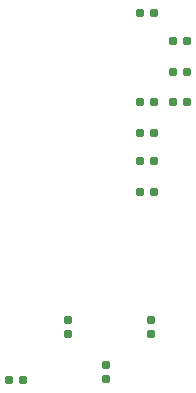
<source format=gbr>
%TF.GenerationSoftware,KiCad,Pcbnew,8.0.4*%
%TF.CreationDate,2024-09-06T19:17:10+01:00*%
%TF.ProjectId,ProjectALIENMainBoard,50726f6a-6563-4744-914c-49454e4d6169,1.0*%
%TF.SameCoordinates,Original*%
%TF.FileFunction,Paste,Top*%
%TF.FilePolarity,Positive*%
%FSLAX46Y46*%
G04 Gerber Fmt 4.6, Leading zero omitted, Abs format (unit mm)*
G04 Created by KiCad (PCBNEW 8.0.4) date 2024-09-06 19:17:10*
%MOMM*%
%LPD*%
G01*
G04 APERTURE LIST*
G04 Aperture macros list*
%AMRoundRect*
0 Rectangle with rounded corners*
0 $1 Rounding radius*
0 $2 $3 $4 $5 $6 $7 $8 $9 X,Y pos of 4 corners*
0 Add a 4 corners polygon primitive as box body*
4,1,4,$2,$3,$4,$5,$6,$7,$8,$9,$2,$3,0*
0 Add four circle primitives for the rounded corners*
1,1,$1+$1,$2,$3*
1,1,$1+$1,$4,$5*
1,1,$1+$1,$6,$7*
1,1,$1+$1,$8,$9*
0 Add four rect primitives between the rounded corners*
20,1,$1+$1,$2,$3,$4,$5,0*
20,1,$1+$1,$4,$5,$6,$7,0*
20,1,$1+$1,$6,$7,$8,$9,0*
20,1,$1+$1,$8,$9,$2,$3,0*%
G04 Aperture macros list end*
%ADD10RoundRect,0.160000X-0.197500X-0.160000X0.197500X-0.160000X0.197500X0.160000X-0.197500X0.160000X0*%
%ADD11RoundRect,0.160000X0.197500X0.160000X-0.197500X0.160000X-0.197500X-0.160000X0.197500X-0.160000X0*%
%ADD12RoundRect,0.160000X-0.160000X0.197500X-0.160000X-0.197500X0.160000X-0.197500X0.160000X0.197500X0*%
G04 APERTURE END LIST*
D10*
%TO.C,R6*%
X152405000Y-114200000D03*
X153600000Y-114200000D03*
%TD*%
D11*
%TO.C,R1*%
X142516899Y-132688321D03*
X141321899Y-132688321D03*
%TD*%
%TO.C,R11*%
X156397500Y-104000000D03*
X155202500Y-104000000D03*
%TD*%
%TO.C,R9*%
X156395000Y-109200000D03*
X155200000Y-109200000D03*
%TD*%
%TO.C,R10*%
X156397500Y-106600000D03*
X155202500Y-106600000D03*
%TD*%
D10*
%TO.C,R8*%
X152400000Y-109200000D03*
X153595000Y-109200000D03*
%TD*%
D12*
%TO.C,R3*%
X149539399Y-131418321D03*
X149539399Y-132613321D03*
%TD*%
D10*
%TO.C,R7*%
X152402500Y-111800000D03*
X153597500Y-111800000D03*
%TD*%
D12*
%TO.C,R4*%
X153349399Y-127645821D03*
X153349399Y-128840821D03*
%TD*%
D10*
%TO.C,R5*%
X152402500Y-116800000D03*
X153597500Y-116800000D03*
%TD*%
%TO.C,R12*%
X152405000Y-101600000D03*
X153600000Y-101600000D03*
%TD*%
D12*
%TO.C,R2*%
X146364399Y-127645821D03*
X146364399Y-128840821D03*
%TD*%
M02*

</source>
